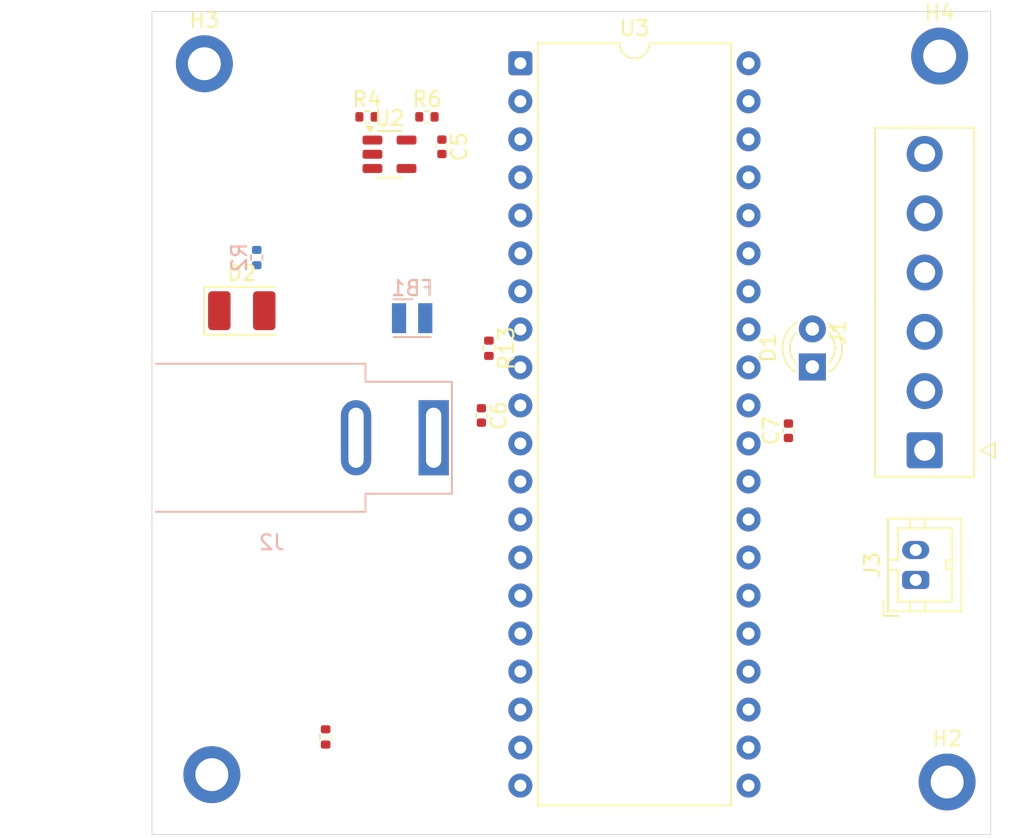
<source format=kicad_pcb>
(kicad_pcb (version 20241229) (generator "pcbnew") (generator_version "9.0")
  (layers (0 "F.Cu" signal) (4 "In1.Cu" signal) (6 "In2.Cu" signal) (2 "B.Cu" signal) (13 "F.Paste" user) (15 "B.Paste" user) (5 "F.SilkS" user "F.Silkscreen") (7 "B.SilkS" user "B.Silkscreen") (1 "F.Mask" user) (3 "B.Mask" user) (25 "Edge.Cuts" user))
  (net 0 "")
  (net 1 "+3V3")
  (net 2 "GND")
  (net 3 "+5V")
  (net 4 "+1V2")
  (net 5 "Net-(U3-XTAL1)")
  (net 6 "Net-(D1-A)")
  (net 7 "Net-(FB1-Pad1)")
  (net 8 "Net-(J1-Pin_1)")
  (net 9 "Net-(J1-Pin_5)")
  (net 10 "Net-(J1-Pin_6)")
  (net 11 "Net-(J1-Pin_3)")
  (net 12 "Net-(J1-Pin_2)")
  (net 13 "Net-(J1-Pin_4)")
  (net 14 "Net-(J3-Pin_2)")
  (net 15 "Net-(U1-EN)")
  (net 16 "Net-(U2-EN)")
  (net 17 "Net-(U3-PA0)")
  (net 18 "Net-(U3-PA1)")
  (net 19 "Net-(U3-PA2)")
  (net 20 "Net-(U3-PA3)")
  (net 21 "Net-(U3-PA4)")
  (net 22 "Net-(U3-PA5)")
  (net 23 "Net-(U3-~{RESET})")
  (net 51 "Net-(U4-EN)")
  (footprint "Connector_TE-Connectivity:TE_826576-6_1x06_P3.96mm_Vertical" (layer "F.Cu") (at 176 108.34 90)
    (property "Reference" "J1" (at 7.88 -5.8 90) (layer "F.SilkS"))
    (property "Value" "Conn_01x06_Pin")
    (fp_line (start 21.56 -3.31) (end 21.56 3.31) (stroke (width 0.12)) (layer "F.SilkS"))
    (fp_line (start 9.9 -3.31) (end 21.56 -3.31) (stroke (width 0.12)) (layer "F.SilkS"))
    (fp_line (start 9.9 -3.31) (end -1.76 -3.31) (stroke (width 0.12)) (layer "F.SilkS"))
    (fp_line (start -1.76 -3.31) (end -1.76 3.31) (stroke (width 0.12)) (layer "F.SilkS"))
    (fp_line (start 21.56 3.31) (end 9.9 3.31) (stroke (width 0.12)) (layer "F.SilkS"))
    (fp_line (start -1.76 3.31) (end 9.9 3.31) (stroke (width 0.12)) (layer "F.SilkS"))
    (fp_line (start 0 3.7) (end 0.5 4.7) (stroke (width 0.12)) (layer "F.SilkS"))
    (fp_line (start 0.5 4.7) (end -0.5 4.7) (stroke (width 0.12)) (layer "F.SilkS"))
    (fp_line (start -0.5 4.7) (end 0 3.7) (stroke (width 0.12)) (layer "F.SilkS"))
    (pad "1" thru_hole roundrect (at 0 0 90) (size 2.4 2.4) (drill 1.4) (layers "*.Cu" "*.Mask") (roundrect_rratio 0.104167) (net 8 "Net-(J1-Pin_1)"))
    (pad "2" thru_hole circle (at 3.96 0 90) (size 2.4 2.4) (drill 1.4) (layers "*.Cu" "*.Mask") (net 12 "Net-(J1-Pin_2)"))
    (pad "3" thru_hole circle (at 7.92 0 90) (size 2.4 2.4) (drill 1.4) (layers "*.Cu" "*.Mask") (net 11 "Net-(J1-Pin_3)"))
    (pad "4" thru_hole circle (at 11.88 0 90) (size 2.4 2.4) (drill 1.4) (layers "*.Cu" "*.Mask") (net 13 "Net-(J1-Pin_4)"))
    (pad "5" thru_hole circle (at 15.84 0 90) (size 2.4 2.4) (drill 1.4) (layers "*.Cu" "*.Mask") (net 9 "Net-(J1-Pin_5)"))
    (pad "6" thru_hole circle (at 19.8 0 90) (size 2.4 2.4) (drill 1.4) (layers "*.Cu" "*.Mask") (net 10 "Net-(J1-Pin_6)"))
  )
  (footprint "MountingHole:MountingHole_2.2mm_M2_DIN965_Pad_TopBottom" (layer "F.Cu") (at 127.9 82.51)
    (property "Reference" "H3" (at 0 -2.9 0) (layer "F.SilkS"))
    (property "Value" "MountingHole")
    (pad "1" thru_hole circle (at 0 0) (size 2.6 2.6) (drill 2.2) (layers "*.Cu" "*.Mask"))
    (pad "1" connect circle (at 0 0) (size 3.8 3.8) (layers "F.Cu" "F.Mask"))
    (pad "1" connect circle (at 0 0) (size 3.8 3.8) (layers "B.Cu" "B.Mask"))
  )
  (footprint "Resistor_SMD:R_0402_1005Metric" (layer "F.Cu") (at 146.9 101.52 -90)
    (property "Reference" "R13" (at 0 -1.17 90) (layer "F.SilkS"))
    (property "Value" "R")
    (fp_line (start -0.153641 0.38) (end 0.153641 0.38) (stroke (width 0.12)) (layer "F.SilkS"))
    (fp_line (start -0.153641 -0.38) (end 0.153641 -0.38) (stroke (width 0.12)) (layer "F.SilkS"))
    (pad "1" smd roundrect (at -0.51 0 270) (size 0.54 0.64) (layers "F.Cu" "F.Mask" "F.Paste") (net 1 "+3V3"))
    (pad "2" smd roundrect (at 0.51 0 270) (size 0.54 0.64) (layers "F.Cu" "F.Mask" "F.Paste") (net 23 "Net-(U3-~{RESET})"))
  )
  (footprint "Resistor_SMD:R_0402_1005Metric" (layer "F.Cu") (at 136 127.49 -90)
    (property "Reference" "R15" (hide yes))
    (property "Value" "R" (hide yes))
    (fp_line (start -0.153641 0.38) (end 0.153641 0.38) (stroke (width 0.12)) (layer "F.SilkS"))
    (fp_line (start -0.153641 -0.38) (end 0.153641 -0.38) (stroke (width 0.12)) (layer "F.SilkS"))
    (pad "1" smd roundrect (at -0.51 0 270) (size 0.54 0.64) (layers "F.Cu" "F.Mask" "F.Paste") (net 51 "Net-(U4-EN)"))
    (pad "2" smd roundrect (at 0.51 0 270) (size 0.54 0.64) (layers "F.Cu" "F.Mask" "F.Paste") (net 2 "GND"))
  )
  (footprint "MountingHole:MountingHole_2.2mm_M2_DIN965_Pad_TopBottom" (layer "F.Cu") (at 177 82)
    (property "Reference" "H4" (at 0 -2.9 0) (layer "F.SilkS"))
    (property "Value" "MountingHole")
    (pad "1" thru_hole circle (at 0 0) (size 2.6 2.6) (drill 2.2) (layers "*.Cu" "*.Mask"))
    (pad "1" connect circle (at 0 0) (size 3.8 3.8) (layers "F.Cu" "F.Mask"))
    (pad "1" connect circle (at 0 0) (size 3.8 3.8) (layers "B.Cu" "B.Mask"))
  )
  (footprint "LED_SMD:LED_PLCC-2_3.4x3.0mm_AK" (layer "F.Cu") (at 130.4 99.01)
    (property "Reference" "D2" (at 0 -2.5 0) (layer "F.SilkS"))
    (property "Value" "LED")
    (fp_line (start -2.51 -1.6) (end -2.51 1.6) (stroke (width 0.12)) (layer "F.SilkS"))
    (fp_line (start 2.25 -1.6) (end -2.51 -1.6) (stroke (width 0.12)) (layer "F.SilkS"))
    (fp_line (start 2.25 1.6) (end -2.51 1.6) (stroke (width 0.12)) (layer "F.SilkS"))
    (pad "1" smd roundrect (at 1.5 0) (size 1.5 2.6) (layers "F.Cu" "F.Mask" "F.Paste") (roundrect_rratio 0.1666666667) (net 2 "GND"))
    (pad "2" smd roundrect (at -1.5 0) (size 1.5 2.6) (layers "F.Cu" "F.Mask" "F.Paste") (roundrect_rratio 0.1666666667) (net 4 "+1V2"))
  )
  (footprint "LED_THT:LED_D3.0mm" (layer "F.Cu") (at 168.5 102.77 90)
    (property "Reference" "D1" (at 1.27 -2.96 90) (layer "F.SilkS"))
    (property "Value" "LED")
    (fp_line (start -0.29 -1.236) (end -0.29 -1.08) (stroke (width 0.12)) (layer "F.SilkS"))
    (fp_line (start -0.29 1.08) (end -0.29 1.236) (stroke (width 0.12)) (layer "F.SilkS"))
    (fp_arc (start -0.29 -1.235516) (mid 1.365624 -1.987701) (end 2.941397 -1.080061) (stroke (width 0.12)) (layer "F.SilkS"))
    (fp_arc (start 0.229039 -1.08) (mid 1.269964 -1.5) (end 2.31091 -1.080049) (stroke (width 0.12)) (layer "F.SilkS"))
    (fp_arc (start 2.31091 1.080049) (mid 1.269964 1.5) (end 0.229039 1.08) (stroke (width 0.12)) (layer "F.SilkS"))
    (fp_arc (start 2.941397 1.080061) (mid 1.365624 1.987701) (end -0.29 1.235516) (stroke (width 0.12)) (layer "F.SilkS"))
    (pad "1" thru_hole rect (at 0 0 90) (size 1.8 1.8) (drill 0.9) (layers "*.Cu" "*.Mask") (net 2 "GND"))
    (pad "2" thru_hole circle (at 2.54 0 90) (size 1.8 1.8) (drill 0.9) (layers "*.Cu" "*.Mask") (net 6 "Net-(D1-A)"))
  )
  (footprint "MountingHole:MountingHole_2.2mm_M2_DIN965_Pad_TopBottom" (layer "F.Cu") (at 128.4 130.01)
    (property "Reference" "H1" (hide yes))
    (property "Value" "MountingHole")
    (pad "1" thru_hole circle (at 0 0) (size 2.6 2.6) (drill 2.2) (layers "*.Cu" "*.Mask"))
    (pad "1" connect circle (at 0 0) (size 3.8 3.8) (layers "F.Cu" "F.Mask"))
    (pad "1" connect circle (at 0 0) (size 3.8 3.8) (layers "B.Cu" "B.Mask"))
  )
  (footprint "Resistor_SMD:R_0402_1005Metric" (layer "F.Cu") (at 138.7625 86.06)
    (property "Reference" "R4" (at 0 -1.17 0) (layer "F.SilkS"))
    (property "Value" "R")
    (fp_line (start -0.153641 -0.38) (end 0.153641 -0.38) (stroke (width 0.12)) (layer "F.SilkS"))
    (fp_line (start -0.153641 0.38) (end 0.153641 0.38) (stroke (width 0.12)) (layer "F.SilkS"))
    (pad "1" smd roundrect (at -0.51 0) (size 0.54 0.64) (layers "F.Cu" "F.Mask" "F.Paste") (net 1 "+3V3"))
    (pad "2" smd roundrect (at 0.51 0) (size 0.54 0.64) (layers "F.Cu" "F.Mask" "F.Paste") (net 2 "GND"))
  )
  (footprint "Capacitor_SMD:C_0402_1005Metric" (layer "F.Cu") (at 143.7625 88.06 -90)
    (property "Reference" "C5" (at 0 -1.16 90) (layer "F.SilkS"))
    (property "Value" "C")
    (fp_line (start -0.107836 0.36) (end 0.107836 0.36) (stroke (width 0.12)) (layer "F.SilkS"))
    (fp_line (start -0.107836 -0.36) (end 0.107836 -0.36) (stroke (width 0.12)) (layer "F.SilkS"))
    (pad "1" smd roundrect (at -0.48 0 270) (size 0.56 0.62) (layers "F.Cu" "F.Mask" "F.Paste") (net 4 "+1V2"))
    (pad "2" smd roundrect (at 0.48 0 270) (size 0.56 0.62) (layers "F.Cu" "F.Mask" "F.Paste") (net 2 "GND"))
  )
  (footprint "Package_TO_SOT_SMD:SOT-23-5" (layer "F.Cu") (at 140.2625 88.56)
    (property "Reference" "U2" (at 0 -2.4 0) (layer "F.SilkS"))
    (property "Value" "MIC5504-1.2YM5")
    (fp_line (start 0 -1.56) (end -0.8 -1.56) (stroke (width 0.12)) (layer "F.SilkS"))
    (fp_line (start 0 -1.56) (end 0.8 -1.56) (stroke (width 0.12)) (layer "F.SilkS"))
    (fp_line (start 0 1.56) (end -0.8 1.56) (stroke (width 0.12)) (layer "F.SilkS"))
    (fp_line (start 0 1.56) (end 0.8 1.56) (stroke (width 0.12)) (layer "F.SilkS"))
    (fp_poly (pts (xy -1.3 -1.51) (xy -1.54 -1.84) (xy -1.06 -1.84)) (stroke (width 0.12)) (fill yes) (layer "F.SilkS"))
    (pad "1" smd roundrect (at -1.1375 -0.95) (size 1.325 0.6) (layers "F.Cu" "F.Mask" "F.Paste") (net 1 "+3V3"))
    (pad "2" smd roundrect (at -1.1375 0) (size 1.325 0.6) (layers "F.Cu" "F.Mask" "F.Paste") (net 2 "GND"))
    (pad "3" smd roundrect (at -1.1375 0.95) (size 1.325 0.6) (layers "F.Cu" "F.Mask" "F.Paste") (net 16 "Net-(U2-EN)"))
    (pad "4" smd roundrect (at 1.1375 0.95) (size 1.325 0.6) (layers "F.Cu" "F.Mask" "F.Paste"))
    (pad "5" smd roundrect (at 1.1375 -0.95) (size 1.325 0.6) (layers "F.Cu" "F.Mask" "F.Paste") (net 4 "+1V2"))
  )
  (footprint "Capacitor_SMD:C_0402_1005Metric" (layer "F.Cu") (at 146.4 106.01 -90)
    (property "Reference" "C6" (at 0 -1.16 90) (layer "F.SilkS"))
    (property "Value" "C")
    (fp_line (start -0.107836 0.36) (end 0.107836 0.36) (stroke (width 0.12)) (layer "F.SilkS"))
    (fp_line (start -0.107836 -0.36) (end 0.107836 -0.36) (stroke (width 0.12)) (layer "F.SilkS"))
    (pad "1" smd roundrect (at -0.48 0 270) (size 0.56 0.62) (layers "F.Cu" "F.Mask" "F.Paste") (net 4 "+1V2"))
    (pad "2" smd roundrect (at 0.48 0 270) (size 0.56 0.62) (layers "F.Cu" "F.Mask" "F.Paste") (net 2 "GND"))
  )
  (footprint "Connector_TE-Connectivity:TE_440054-2_1x02_P2.00mm_Vertical" (layer "F.Cu") (at 175.4 117 90)
    (property "Reference" "J3" (at 1 -2.9 90) (layer "F.SilkS"))
    (property "Value" "Conn_01x02_Pin")
    (fp_line (start -2.4 -2.15) (end -1.4 -2.15) (stroke (width 0.12)) (layer "F.SilkS"))
    (fp_line (start -2.4 -2.15) (end -2.4 -1.15) (stroke (width 0.12)) (layer "F.SilkS"))
    (fp_line (start 1.35 -1.85) (end 1.35 -1.2) (stroke (width 0.12)) (layer "F.SilkS"))
    (fp_line (start 0.65 -1.85) (end 0.65 -1.2) (stroke (width 0.12)) (layer "F.SilkS"))
    (fp_line (start 3.45 -1.2) (end 1.35 -1.2) (stroke (width 0.12)) (layer "F.SilkS"))
    (fp_line (start 3.45 -1.2) (end 3.45 2.4) (stroke (width 0.12)) (layer "F.SilkS"))
    (fp_line (start -1.45 -1.2) (end 0.65 -1.2) (stroke (width 0.12)) (layer "F.SilkS"))
    (fp_line (start 3.45 -0.4) (end 4.1 -0.4) (stroke (width 0.12)) (layer "F.SilkS"))
    (fp_line (start -2.1 -0.4) (end -1.45 -0.4) (stroke (width 0.12)) (layer "F.SilkS"))
    (fp_line (start 3.45 0.6) (end 4.1 0.6) (stroke (width 0.12)) (layer "F.SilkS"))
    (fp_line (start -2.1 0.6) (end -1.45 0.6) (stroke (width 0.12)) (layer "F.SilkS"))
    (fp_line (start 1.3 2) (end 1.3 2.4) (stroke (width 0.12)) (layer "F.SilkS"))
    (fp_line (start 0.7 2) (end 1.3 2) (stroke (width 0.12)) (layer "F.SilkS"))
    (fp_line (start 3.45 2.4) (end -1.45 2.4) (stroke (width 0.12)) (layer "F.SilkS"))
    (fp_line (start 0.7 2.4) (end 0.7 2) (stroke (width 0.12)) (layer "F.SilkS"))
    (fp_line (start -1.45 2.4) (end -1.45 -1.2) (stroke (width 0.12)) (layer "F.SilkS"))
    (fp_rect (start -2.1 -1.85) (end 4.1 3.05) (stroke (width 0.12)) (fill no) (layer "F.SilkS"))
    (pad "1" thru_hole roundrect (at 0 0 90) (size 1.2 1.8) (drill 0.8) (layers "*.Cu" "*.Mask") (net 4 "+1V2"))
    (pad "2" thru_hole oval (at 2 0 90) (size 1.2 1.8) (drill 0.8) (layers "*.Cu" "*.Mask") (net 14 "Net-(J3-Pin_2)"))
  )
  (footprint "MountingHole:MountingHole_2.2mm_M2_DIN965_Pad_TopBottom" (layer "F.Cu") (at 177.5 130.5)
    (property "Reference" "H2" (at 0 -2.9 0) (layer "F.SilkS"))
    (property "Value" "MountingHole")
    (pad "1" thru_hole circle (at 0 0) (size 2.6 2.6) (drill 2.2) (layers "*.Cu" "*.Mask"))
    (pad "1" connect circle (at 0 0) (size 3.8 3.8) (layers "F.Cu" "F.Mask"))
    (pad "1" connect circle (at 0 0) (size 3.8 3.8) (layers "B.Cu" "B.Mask"))
  )
  (footprint "Package_DIP:DIP-40_W15.24mm" (layer "F.Cu") (at 149 82.48)
    (property "Reference" "U3" (at 7.62 -2.33 0) (layer "F.SilkS"))
    (property "Value" "ATmega164P-20P")
    (fp_line (start 1.16 -1.33) (end 1.16 49.59) (stroke (width 0.12)) (layer "F.SilkS"))
    (fp_line (start 1.16 49.59) (end 14.08 49.59) (stroke (width 0.12)) (layer "F.SilkS"))
    (fp_line (start 6.62 -1.33) (end 1.16 -1.33) (stroke (width 0.12)) (layer "F.SilkS"))
    (fp_line (start 14.08 -1.33) (end 8.62 -1.33) (stroke (width 0.12)) (layer "F.SilkS"))
    (fp_line (start 14.08 49.59) (end 14.08 -1.33) (stroke (width 0.12)) (layer "F.SilkS"))
    (fp_arc (start 8.62 -1.33) (mid 7.62 -0.33) (end 6.62 -1.33) (stroke (width 0.12)) (layer "F.SilkS"))
    (pad "1" thru_hole roundrect (at 0 0) (size 1.6 1.6) (drill 0.8) (layers "*.Cu" "*.Mask") (roundrect_rratio 0.15625))
    (pad "2" thru_hole circle (at 0 2.54) (size 1.6 1.6) (drill 0.8) (layers "*.Cu" "*.Mask"))
    (pad "3" thru_hole circle (at 0 5.08) (size 1.6 1.6) (drill 0.8) (layers "*.Cu" "*.Mask"))
    (pad "4" thru_hole circle (at 0 7.62) (size 1.6 1.6) (drill 0.8) (layers "*.Cu" "*.Mask"))
    (pad "5" thru_hole circle (at 0 10.16) (size 1.6 1.6) (drill 0.8) (layers "*.Cu" "*.Mask"))
    (pad "6" thru_hole circle (at 0 12.7) (size 1.6 1.6) (drill 0.8) (layers "*.Cu" "*.Mask"))
    (pad "7" thru_hole circle (at 0 15.24) (size 1.6 1.6) (drill 0.8) (layers "*.Cu" "*.Mask"))
    (pad "8" thru_hole circle (at 0 17.78) (size 1.6 1.6) (drill 0.8) (layers "*.Cu" "*.Mask"))
    (pad "9" thru_hole circle (at 0 20.32) (size 1.6 1.6) (drill 0.8) (layers "*.Cu" "*.Mask") (net 23 "Net-(U3-~{RESET})"))
    (pad "10" thru_hole circle (at 0 22.86) (size 1.6 1.6) (drill 0.8) (layers "*.Cu" "*.Mask") (net 4 "+1V2"))
    (pad "11" thru_hole circle (at 0 25.4) (size 1.6 1.6) (drill 0.8) (layers "*.Cu" "*.Mask") (net 2 "GND"))
    (pad "12" thru_hole circle (at 0 27.94) (size 1.6 1.6) (drill 0.8) (layers "*.Cu" "*.Mask"))
    (pad "13" thru_hole circle (at 0 30.48) (size 1.6 1.6) (drill 0.8) (layers "*.Cu" "*.Mask") (net 5 "Net-(U3-XTAL1)"))
    (pad "14" thru_hole circle (at 0 33.02) (size 1.6 1.6) (drill 0.8) (layers "*.Cu" "*.Mask"))
    (pad "15" thru_hole circle (at 0 35.56) (size 1.6 1.6) (drill 0.8) (layers "*.Cu" "*.Mask"))
    (pad "16" thru_hole circle (at 0 38.1) (size 1.6 1.6) (drill 0.8) (layers "*.Cu" "*.Mask"))
    (pad "17" thru_hole circle (at 0 40.64) (size 1.6 1.6) (drill 0.8) (layers "*.Cu" "*.Mask"))
    (pad "18" thru_hole circle (at 0 43.18) (size 1.6 1.6) (drill 0.8) (layers "*.Cu" "*.Mask"))
    (pad "19" thru_hole circle (at 0 45.72) (size 1.6 1.6) (drill 0.8) (layers "*.Cu" "*.Mask"))
    (pad "20" thru_hole circle (at 0 48.26) (size 1.6 1.6) (drill 0.8) (layers "*.Cu" "*.Mask"))
    (pad "21" thru_hole circle (at 15.24 48.26) (size 1.6 1.6) (drill 0.8) (layers "*.Cu" "*.Mask"))
    (pad "22" thru_hole circle (at 15.24 45.72) (size 1.6 1.6) (drill 0.8) (layers "*.Cu" "*.Mask"))
    (pad "23" thru_hole circle (at 15.24 43.18) (size 1.6 1.6) (drill 0.8) (layers "*.Cu" "*.Mask"))
    (pad "24" thru_hole circle (at 15.24 40.64) (size 1.6 1.6) (drill 0.8) (layers "*.Cu" "*.Mask"))
    (pad "25" thru_hole circle (at 15.24 38.1) (size 1.6 1.6) (drill 0.8) (layers "*.Cu" "*.Mask"))
    (pad "26" thru_hole circle (at 15.24 35.56) (size 1.6 1.6) (drill 0.8) (layers "*.Cu" "*.Mask"))
    (pad "27" thru_hole circle (at 15.24 33.02) (size 1.6 1.6) (drill 0.8) (layers "*.Cu" "*.Mask"))
    (pad "28" thru_hole circle (at 15.24 30.48) (size 1.6 1.6) (drill 0.8) (layers "*.Cu" "*.Mask"))
    (pad "29" thru_hole circle (at 15.24 27.94) (size 1.6 1.6) (drill 0.8) (layers "*.Cu" "*.Mask"))
    (pad "30" thru_hole circle (at 15.24 25.4) (size 1.6 1.6) (drill 0.8) (layers "*.Cu" "*.Mask") (net 4 "+1V2"))
    (pad "31" thru_hole circle (at 15.24 22.86) (size 1.6 1.6) (drill 0.8) (layers "*.Cu" "*.Mask") (net 2 "GND"))
    (pad "32" thru_hole circle (at 15.24 20.32) (size 1.6 1.6) (drill 0.8) (layers "*.Cu" "*.Mask"))
    (pad "33" thru_hole circle (at 15.24 17.78) (size 1.6 1.6) (drill 0.8) (layers "*.Cu" "*.Mask") (net 6 "Net-(D1-A)"))
    (pad "34" thru_hole circle (at 15.24 15.24) (size 1.6 1.6) (drill 0.8) (layers "*.Cu" "*.Mask") (net 14 "Net-(J3-Pin_2)"))
    (pad "35" thru_hole circle (at 15.24 12.7) (size 1.6 1.6) (drill 0.8) (layers "*.Cu" "*.Mask") (net 22 "Net-(U3-PA5)"))
    (pad "36" thru_hole circle (at 15.24 10.16) (size 1.6 1.6) (drill 0.8) (layers "*.Cu" "*.Mask") (net 21 "Net-(U3-PA4)"))
    (pad "37" thru_hole circle (at 15.24 7.62) (size 1.6 1.6) (drill 0.8) (layers "*.Cu" "*.Mask") (net 20 "Net-(U3-PA3)"))
    (pad "38" thru_hole circle (at 15.24 5.08) (size 1.6 1.6) (drill 0.8) (layers "*.Cu" "*.Mask") (net 19 "Net-(U3-PA2)"))
    (pad "39" thru_hole circle (at 15.24 2.54) (size 1.6 1.6) (drill 0.8) (layers "*.Cu" "*.Mask") (net 18 "Net-(U3-PA1)"))
    (pad "40" thru_hole circle (at 15.24 0) (size 1.6 1.6) (drill 0.8) (layers "*.Cu" "*.Mask") (net 17 "Net-(U3-PA0)"))
  )
  (footprint "Capacitor_SMD:C_0402_1005Metric" (layer "F.Cu") (at 166.9 107.03 90)
    (property "Reference" "C7" (at 0 -1.16 90) (layer "F.SilkS"))
    (property "Value" "C")
    (fp_line (start -0.107836 -0.36) (end 0.107836 -0.36) (stroke (width 0.12)) (layer "F.SilkS"))
    (fp_line (start -0.107836 0.36) (end 0.107836 0.36) (stroke (width 0.12)) (layer "F.SilkS"))
    (pad "1" smd roundrect (at -0.48 0 90) (size 0.56 0.62) (layers "F.Cu" "F.Mask" "F.Paste") (net 4 "+1V2"))
    (pad "2" smd roundrect (at 0.48 0 90) (size 0.56 0.62) (layers "F.Cu" "F.Mask" "F.Paste") (net 2 "GND"))
  )
  (footprint "Resistor_SMD:R_0402_1005Metric" (layer "F.Cu") (at 142.7625 86.06)
    (property "Reference" "R6" (at 0 -1.17 0) (layer "F.SilkS"))
    (property "Value" "R")
    (fp_line (start -0.153641 -0.38) (end 0.153641 -0.38) (stroke (width 0.12)) (layer "F.SilkS"))
    (fp_line (start -0.153641 0.38) (end 0.153641 0.38) (stroke (width 0.12)) (layer "F.SilkS"))
    (pad "1" smd roundrect (at -0.51 0) (size 0.54 0.64) (layers "F.Cu" "F.Mask" "F.Paste") (net 4 "+1V2"))
    (pad "2" smd roundrect (at 0.51 0) (size 0.54 0.64) (layers "F.Cu" "F.Mask" "F.Paste") (net 2 "GND"))
  )
  (footprint "Inductor_SMD_Wurth:L_Wurth_WE-LQSH-2512" (layer "B.Cu") (at 141.775 99.51 180)
    (property "Reference" "FB1" (at 0 2 0) (layer "B.SilkS") (effects (justify mirror)))
    (property "Value" "FerriteBead")
    (fp_line (start 0 1.26) (end 1.25 1.26) (stroke (width 0.12)) (layer "B.SilkS"))
    (fp_line (start -1.25 -1.26) (end 1.25 -1.26) (stroke (width 0.12)) (layer "B.SilkS"))
    (pad "1" smd rect (at -0.875 0 180) (size 0.95 2) (layers "B.Cu" "B.Mask" "B.Paste") (net 7 "Net-(FB1-Pad1)"))
    (pad "2" smd rect (at 0.875 0 180) (size 0.95 2) (layers "B.Cu" "B.Mask" "B.Paste") (net 3 "+5V"))
  )
  (footprint "Resistor_SMD:R_0402_1005Metric" (layer "B.Cu") (at 131.4 95.46 -90)
    (property "Reference" "R2" (at 0 1.17 90) (layer "B.SilkS") (effects (justify mirror)))
    (property "Value" "R")
    (fp_line (start -0.153641 0.38) (end 0.153641 0.38) (stroke (width 0.12)) (layer "B.SilkS"))
    (fp_line (start -0.153641 -0.38) (end 0.153641 -0.38) (stroke (width 0.12)) (layer "B.SilkS"))
    (pad "1" smd roundrect (at -0.51 0 270) (size 0.54 0.64) (layers "B.Cu" "B.Mask" "B.Paste") (net 15 "Net-(U1-EN)"))
    (pad "2" smd roundrect (at 0.51 0 270) (size 0.54 0.64) (layers "B.Cu" "B.Mask" "B.Paste") (net 2 "GND"))
  )
  (footprint "Connector_BarrelJack:BarrelJack_SwitchcraftConxall_RAPC10U_Horizontal" (layer "B.Cu") (at 143.21 107.5)
    (property "Reference" "J2" (at -10.8 7 180) (layer "B.SilkS") (effects (justify mirror)))
    (property "Value" "Barrel_Jack")
    (fp_line (start -18.55 -4.945) (end -4.55 -4.945) (stroke (width 0.12)) (layer "B.SilkS"))
    (fp_line (start -4.55 -4.945) (end -4.55 -3.74) (stroke (width 0.12)) (layer "B.SilkS"))
    (fp_line (start -4.55 -3.74) (end 1.22 -3.74) (stroke (width 0.12)) (layer "B.SilkS"))
    (fp_line (start -4.55 3.74) (end -4.55 4.945) (stroke (width 0.12)) (layer "B.SilkS"))
    (fp_line (start -4.55 4.945) (end -18.55 4.945) (stroke (width 0.12)) (layer "B.SilkS"))
    (fp_line (start 1.22 -3.74) (end 1.22 3.74) (stroke (width 0.12)) (layer "B.SilkS"))
    (fp_line (start 1.22 3.74) (end -4.55 3.74) (stroke (width 0.12)) (layer "B.SilkS"))
    (pad "1" thru_hole rect (at 0 0) (size 2.02 5.02) (drill oval 1.02 4.02) (layers "*.Cu" "*.Mask") (net 7 "Net-(FB1-Pad1)"))
    (pad "2" thru_hole oval (at -5.18 0) (size 2.02 5.02) (drill oval 1.02 4.02) (layers "*.Cu" "*.Mask") (net 2 "GND"))
  )
  (gr_rect (start 124.4 79.01) (end 180.4 134.01) (stroke (width 0.05)) (fill no) (layer "Edge.Cuts"))
)
</source>
